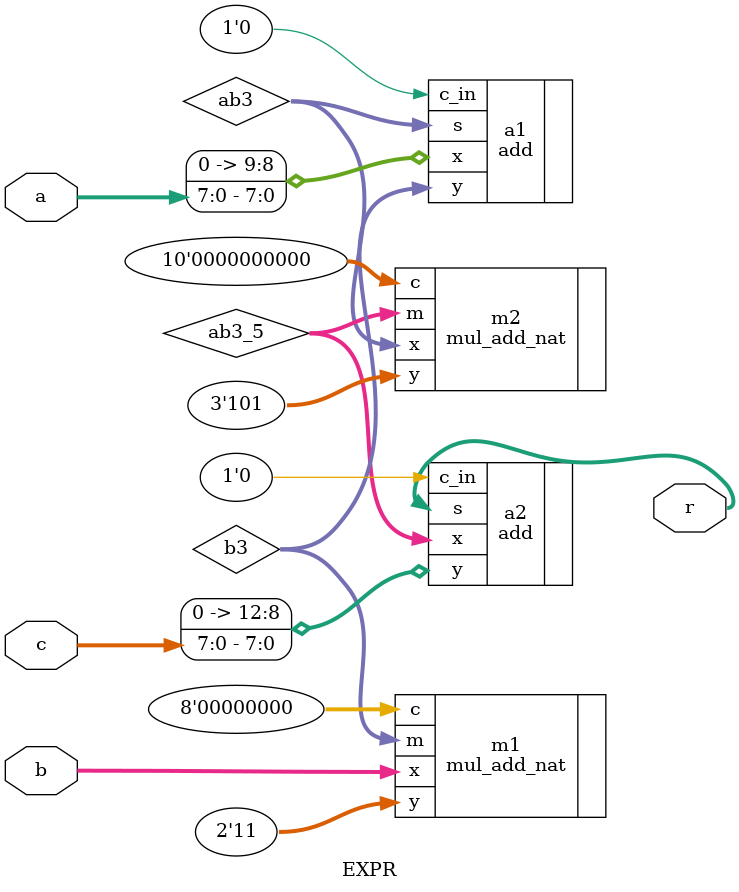
<source format=v>
module ABC (
    soc1, eoc1, x1, 
    soc2, eoc2, x2, 
    soc3, eoc3, x3, 
    dav_, rfd, result, 
    clock, reset_
);
    input   clock, reset_;
    input   eoc1, eoc2, eoc3;
    output  soc1, soc2, soc3;
    input   rfd;
    output  dav_;
    input   [7:0]  x1, x2,x3;
    output  [15:0]  result;
    
    reg            SOC,DAV_;
    reg     [15:0] RESULT;
    reg     [2:0]  STAR;
    
    localparam S0=0, S1=1, S2=2, S3=3, S4=4; 

    assign soc1=SOC;
    assign soc2=SOC;
    assign soc3=SOC;
    assign dav_=DAV_;
    assign result=RESULT;

    wire [12:0] expr_result;
    EXPR e (
        .a(x1), .b(x2), .c(x3), .r(expr_result)
    );

    always @(reset_==0) #1 
        begin
            SOC=0; 
            DAV_=1; 
            STAR=S0; 
        end
    
    always @(posedge clock) if (reset_==1) #3
        casex(STAR)
            S0: 
                begin
                    SOC <= 1;
                    STAR <= ({eoc1,eoc2,eoc3}==3'B000) ? S1 : S0;
                end
            S1: 
                begin
                    SOC <= 0;
                    RESULT <= {3'd0, expr_result};
                    STAR <= ({eoc1,eoc2,eoc3}==3'B111) ? S2 : S1; 
                end
            S2: 
                begin
                    DAV_ <= 0;
                    STAR <= (rfd==1) ? S2 : S3; 
                end
            S3: 
                begin
                    DAV_ <= 1; 
                    STAR <= (rfd==0) ? S3 : S0; 
                end
        endcase

endmodule

module EXPR(
    a, b, c,
    r
);
    input [7:0] a, b, c;
    output [12:0] r;

    wire [9:0] b3;
    mul_add_nat #(.N(8), .M(2)) m1 (
        .x(b), .y(2'd3), .c(8'd0),
        .m(b3)
    );

    wire [9:0] ab3;
    add #(.N(10)) a1 (
        .x({2'b00, a}), .y(b3), .c_in(1'b0),
        .s(ab3)
    );

    wire [12:0] ab3_5;
    mul_add_nat #(.N(10), .M(3)) m2 (
        .x(ab3), .y(3'd5), .c(10'd0),
        .m(ab3_5)
    );

    add #(.N(13)) a2 (
        .x(ab3_5), .y({5'd0, c}), .c_in(1'b0),
        .s(r)
    );

endmodule

</source>
